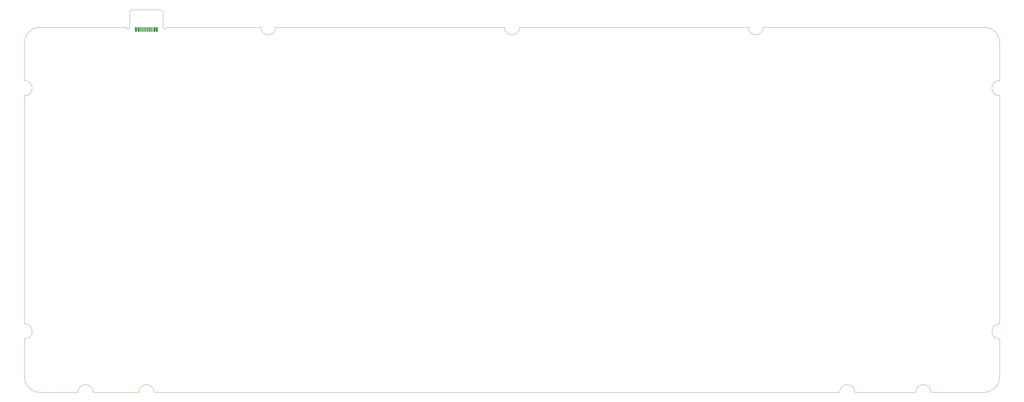
<source format=gbr>
%TF.GenerationSoftware,KiCad,Pcbnew,(6.0.2-0)*%
%TF.CreationDate,2022-03-20T22:32:52+07:00*%
%TF.ProjectId,kb-lone,6b622d6c-6f6e-4652-9e6b-696361645f70,rev?*%
%TF.SameCoordinates,Original*%
%TF.FileFunction,Paste,Bot*%
%TF.FilePolarity,Positive*%
%FSLAX46Y46*%
G04 Gerber Fmt 4.6, Leading zero omitted, Abs format (unit mm)*
G04 Created by KiCad (PCBNEW (6.0.2-0)) date 2022-03-20 22:32:52*
%MOMM*%
%LPD*%
G01*
G04 APERTURE LIST*
G04 Aperture macros list*
%AMRoundRect*
0 Rectangle with rounded corners*
0 $1 Rounding radius*
0 $2 $3 $4 $5 $6 $7 $8 $9 X,Y pos of 4 corners*
0 Add a 4 corners polygon primitive as box body*
4,1,4,$2,$3,$4,$5,$6,$7,$8,$9,$2,$3,0*
0 Add four circle primitives for the rounded corners*
1,1,$1+$1,$2,$3*
1,1,$1+$1,$4,$5*
1,1,$1+$1,$6,$7*
1,1,$1+$1,$8,$9*
0 Add four rect primitives between the rounded corners*
20,1,$1+$1,$2,$3,$4,$5,0*
20,1,$1+$1,$4,$5,$6,$7,0*
20,1,$1+$1,$6,$7,$8,$9,0*
20,1,$1+$1,$8,$9,$2,$3,0*%
G04 Aperture macros list end*
%TA.AperFunction,Profile*%
%ADD10C,0.100000*%
%TD*%
%ADD11RoundRect,0.150000X-0.150000X-0.575000X0.150000X-0.575000X0.150000X0.575000X-0.150000X0.575000X0*%
%ADD12RoundRect,0.075000X-0.075000X-0.650000X0.075000X-0.650000X0.075000X0.650000X-0.075000X0.650000X0*%
G04 APERTURE END LIST*
D10*
X352425000Y-169068750D02*
G75*
G03*
X357187500Y-164306250I0J4762500D01*
G01*
X357187500Y-71437500D02*
X357187500Y-59531250D01*
X283368750Y-54768750D02*
X352425000Y-54768750D01*
X95690000Y-54768842D02*
G75*
G03*
X96880626Y-54768796I595313J0D01*
G01*
X311943750Y-169068750D02*
G75*
G03*
X307181250Y-169068750I-2381250J0D01*
G01*
X95692892Y-50277104D02*
X95690000Y-54768842D01*
X357187500Y-71437500D02*
G75*
G03*
X357187500Y-76200000I0J-2381250D01*
G01*
X52387500Y-59531250D02*
X52387500Y-71437500D01*
X96880626Y-54768796D02*
X126206250Y-54768750D01*
X52387500Y-76200000D02*
G75*
G03*
X52387500Y-71437500I0J2381250D01*
G01*
X88106250Y-169068750D02*
X73818750Y-169068750D01*
X335756250Y-169068750D02*
G75*
G03*
X330993750Y-169068750I-2381250J0D01*
G01*
X73818750Y-169068750D02*
G75*
G03*
X69056250Y-169068750I-2381250J0D01*
G01*
X311943750Y-169068750D02*
X330993750Y-169068750D01*
X278606250Y-54768750D02*
G75*
G03*
X283368750Y-54768750I2381250J0D01*
G01*
X69056250Y-169068750D02*
X57150000Y-169068750D01*
X52387500Y-164306250D02*
G75*
G03*
X57150000Y-169068750I4762500J0D01*
G01*
X357187500Y-147637500D02*
X357187500Y-76200000D01*
X335756250Y-169068750D02*
X352425000Y-169068750D01*
X86287104Y-49277108D02*
X94692896Y-49277108D01*
X85287108Y-50277104D02*
X85287108Y-54768750D01*
X84096482Y-54768796D02*
X57150000Y-54768750D01*
X52387500Y-152400000D02*
G75*
G03*
X52387500Y-147637500I0J2381250D01*
G01*
X57150000Y-54768750D02*
G75*
G03*
X52387500Y-59531250I0J-4762500D01*
G01*
X357187500Y-59531250D02*
G75*
G03*
X352425000Y-54768750I-4762500J0D01*
G01*
X95692892Y-50277104D02*
G75*
G03*
X94692896Y-49277108I-999996J0D01*
G01*
X202406250Y-54768750D02*
G75*
G03*
X207168750Y-54768750I2381250J0D01*
G01*
X84096482Y-54768796D02*
G75*
G03*
X85287108Y-54768750I595313J0D01*
G01*
X126206250Y-54768750D02*
G75*
G03*
X130968750Y-54768750I2381250J0D01*
G01*
X52387500Y-152400000D02*
X52387500Y-164306250D01*
X357187500Y-147637500D02*
G75*
G03*
X357187500Y-152400000I0J-2381250D01*
G01*
X92868750Y-169068750D02*
G75*
G03*
X88106250Y-169068750I-2381250J0D01*
G01*
X52387500Y-76200000D02*
X52387500Y-147637500D01*
X86287104Y-49277108D02*
G75*
G03*
X85287108Y-50277104I0J-999996D01*
G01*
X307181250Y-169068750D02*
X92868750Y-169068750D01*
X357187500Y-152400000D02*
X357187500Y-164306250D01*
X207168750Y-54768750D02*
X278606250Y-54768750D01*
X130968750Y-54768750D02*
X202406250Y-54768750D01*
D11*
%TO.C,J1*%
X87240000Y-55457500D03*
X88040000Y-55457500D03*
D12*
X89240000Y-55457500D03*
X90236000Y-55457500D03*
X90740000Y-55457500D03*
X91740000Y-55457500D03*
D11*
X93740000Y-55457500D03*
X92940000Y-55457500D03*
D12*
X92240000Y-55457500D03*
X91240000Y-55457500D03*
X89740000Y-55457500D03*
X88740000Y-55457500D03*
%TD*%
M02*

</source>
